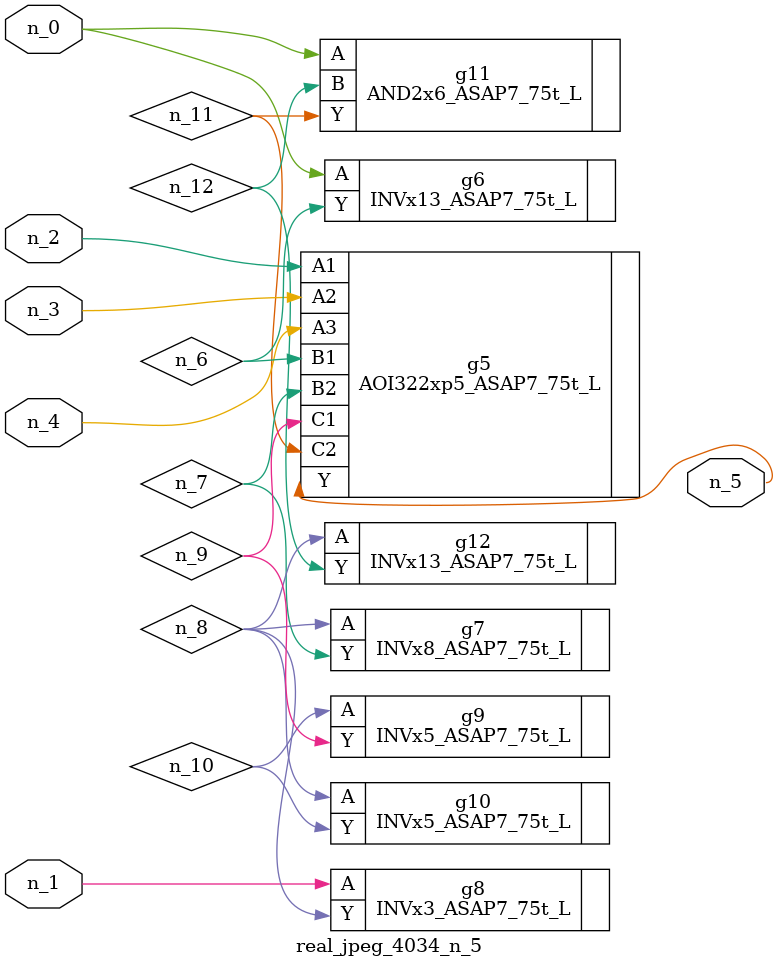
<source format=v>
module real_jpeg_4034_n_5 (n_4, n_0, n_1, n_2, n_3, n_5);

input n_4;
input n_0;
input n_1;
input n_2;
input n_3;

output n_5;

wire n_12;
wire n_8;
wire n_11;
wire n_6;
wire n_7;
wire n_10;
wire n_9;

INVx13_ASAP7_75t_L g6 ( 
.A(n_0),
.Y(n_6)
);

AND2x6_ASAP7_75t_L g11 ( 
.A(n_0),
.B(n_12),
.Y(n_11)
);

INVx3_ASAP7_75t_L g8 ( 
.A(n_1),
.Y(n_8)
);

AOI322xp5_ASAP7_75t_L g5 ( 
.A1(n_2),
.A2(n_3),
.A3(n_4),
.B1(n_6),
.B2(n_7),
.C1(n_9),
.C2(n_11),
.Y(n_5)
);

INVx8_ASAP7_75t_L g7 ( 
.A(n_8),
.Y(n_7)
);

INVx5_ASAP7_75t_L g10 ( 
.A(n_8),
.Y(n_10)
);

INVx13_ASAP7_75t_L g12 ( 
.A(n_8),
.Y(n_12)
);

INVx5_ASAP7_75t_L g9 ( 
.A(n_10),
.Y(n_9)
);


endmodule
</source>
